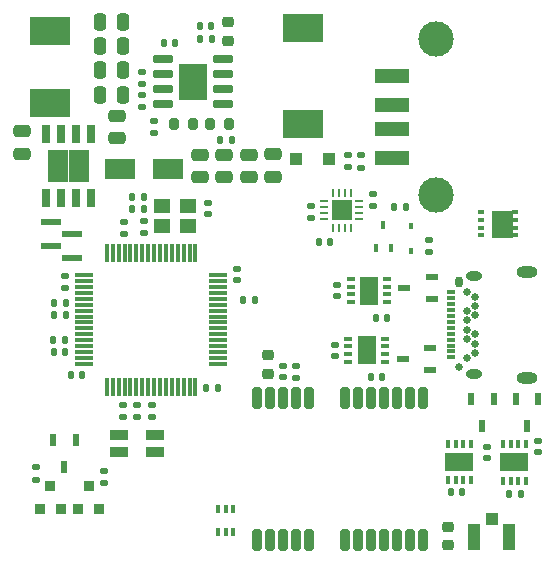
<source format=gbr>
%TF.GenerationSoftware,KiCad,Pcbnew,(6.0.5-0)*%
%TF.CreationDate,2022-06-06T17:24:23+02:00*%
%TF.ProjectId,BlackPanda,426c6163-6b50-4616-9e64-612e6b696361,rev?*%
%TF.SameCoordinates,Original*%
%TF.FileFunction,Soldermask,Top*%
%TF.FilePolarity,Negative*%
%FSLAX46Y46*%
G04 Gerber Fmt 4.6, Leading zero omitted, Abs format (unit mm)*
G04 Created by KiCad (PCBNEW (6.0.5-0)) date 2022-06-06 17:24:23*
%MOMM*%
%LPD*%
G01*
G04 APERTURE LIST*
G04 Aperture macros list*
%AMRoundRect*
0 Rectangle with rounded corners*
0 $1 Rounding radius*
0 $2 $3 $4 $5 $6 $7 $8 $9 X,Y pos of 4 corners*
0 Add a 4 corners polygon primitive as box body*
4,1,4,$2,$3,$4,$5,$6,$7,$8,$9,$2,$3,0*
0 Add four circle primitives for the rounded corners*
1,1,$1+$1,$2,$3*
1,1,$1+$1,$4,$5*
1,1,$1+$1,$6,$7*
1,1,$1+$1,$8,$9*
0 Add four rect primitives between the rounded corners*
20,1,$1+$1,$2,$3,$4,$5,0*
20,1,$1+$1,$4,$5,$6,$7,0*
20,1,$1+$1,$6,$7,$8,$9,0*
20,1,$1+$1,$8,$9,$2,$3,0*%
G04 Aperture macros list end*
%ADD10C,0.100000*%
%ADD11RoundRect,0.140000X0.140000X0.170000X-0.140000X0.170000X-0.140000X-0.170000X0.140000X-0.170000X0*%
%ADD12RoundRect,0.140000X0.170000X-0.140000X0.170000X0.140000X-0.170000X0.140000X-0.170000X-0.140000X0*%
%ADD13R,0.650000X1.500000*%
%ADD14R,1.800000X1.350000*%
%ADD15R,1.000000X0.600000*%
%ADD16RoundRect,0.135000X-0.185000X0.135000X-0.185000X-0.135000X0.185000X-0.135000X0.185000X0.135000X0*%
%ADD17RoundRect,0.135000X0.185000X-0.135000X0.185000X0.135000X-0.185000X0.135000X-0.185000X-0.135000X0*%
%ADD18RoundRect,0.200000X0.200000X0.275000X-0.200000X0.275000X-0.200000X-0.275000X0.200000X-0.275000X0*%
%ADD19RoundRect,0.135000X-0.135000X-0.185000X0.135000X-0.185000X0.135000X0.185000X-0.135000X0.185000X0*%
%ADD20RoundRect,0.250000X0.250000X0.475000X-0.250000X0.475000X-0.250000X-0.475000X0.250000X-0.475000X0*%
%ADD21RoundRect,0.135000X0.135000X0.185000X-0.135000X0.185000X-0.135000X-0.185000X0.135000X-0.185000X0*%
%ADD22R,2.400000X3.100000*%
%ADD23RoundRect,0.150000X-0.737500X-0.150000X0.737500X-0.150000X0.737500X0.150000X-0.737500X0.150000X0*%
%ADD24R,0.650000X0.350000*%
%ADD25R,1.550000X2.400000*%
%ADD26R,0.450000X0.700000*%
%ADD27R,1.050000X2.200000*%
%ADD28R,1.050000X1.000000*%
%ADD29RoundRect,0.140000X-0.170000X0.140000X-0.170000X-0.140000X0.170000X-0.140000X0.170000X0.140000X0*%
%ADD30RoundRect,0.250000X0.475000X-0.250000X0.475000X0.250000X-0.475000X0.250000X-0.475000X-0.250000X0*%
%ADD31O,0.650000X0.950000*%
%ADD32C,0.650000*%
%ADD33O,1.800000X0.950000*%
%ADD34O,1.400000X0.800000*%
%ADD35R,0.800000X0.300000*%
%ADD36R,3.400000X2.400000*%
%ADD37R,0.600000X1.000000*%
%ADD38R,1.750000X0.600000*%
%ADD39R,0.914400X0.914400*%
%ADD40R,0.400000X0.650000*%
%ADD41RoundRect,0.140000X-0.140000X-0.170000X0.140000X-0.170000X0.140000X0.170000X-0.140000X0.170000X0*%
%ADD42RoundRect,0.218750X-0.256250X0.218750X-0.256250X-0.218750X0.256250X-0.218750X0.256250X0.218750X0*%
%ADD43RoundRect,0.062500X0.062500X-0.312500X0.062500X0.312500X-0.062500X0.312500X-0.062500X-0.312500X0*%
%ADD44RoundRect,0.062500X0.312500X-0.062500X0.312500X0.062500X-0.312500X0.062500X-0.312500X-0.062500X0*%
%ADD45R,1.750000X1.750000*%
%ADD46R,1.500000X0.900000*%
%ADD47RoundRect,0.225000X-0.250000X0.225000X-0.250000X-0.225000X0.250000X-0.225000X0.250000X0.225000X0*%
%ADD48R,3.000000X1.250000*%
%ADD49C,3.000000*%
%ADD50RoundRect,0.075000X-0.075000X0.700000X-0.075000X-0.700000X0.075000X-0.700000X0.075000X0.700000X0*%
%ADD51RoundRect,0.075000X-0.700000X0.075000X-0.700000X-0.075000X0.700000X-0.075000X0.700000X0.075000X0*%
%ADD52RoundRect,0.200000X-0.200000X0.700000X-0.200000X-0.700000X0.200000X-0.700000X0.200000X0.700000X0*%
%ADD53R,0.450000X0.600000*%
%ADD54R,0.350000X0.650000*%
%ADD55R,2.400000X1.550000*%
%ADD56RoundRect,0.250000X-0.475000X0.250000X-0.475000X-0.250000X0.475000X-0.250000X0.475000X0.250000X0*%
%ADD57R,0.558800X0.406400*%
%ADD58R,0.508000X0.406400*%
%ADD59R,1.400000X1.200000*%
%ADD60R,2.500000X1.800000*%
%ADD61R,1.100000X1.100000*%
%ADD62R,3.500000X2.400000*%
G04 APERTURE END LIST*
%TO.C,U1*%
G36*
X213501489Y-80507600D02*
G01*
X211774289Y-80507600D01*
X211774289Y-78272400D01*
X213501489Y-78272400D01*
X213501489Y-80507600D01*
G37*
D10*
X213501489Y-80507600D02*
X211774289Y-80507600D01*
X211774289Y-78272400D01*
X213501489Y-78272400D01*
X213501489Y-80507600D01*
G36*
X213501489Y-80507600D02*
G01*
X211774289Y-80507600D01*
X211774289Y-78272400D01*
X213501489Y-78272400D01*
X213501489Y-80507600D01*
G37*
X213501489Y-80507600D02*
X211774289Y-80507600D01*
X211774289Y-78272400D01*
X213501489Y-78272400D01*
X213501489Y-80507600D01*
%TD*%
D11*
%TO.C,C8*%
X198100000Y-80900000D03*
X197140000Y-80900000D03*
%TD*%
D12*
%TO.C,C14*%
X180670000Y-80230000D03*
X180670000Y-79270000D03*
%TD*%
D13*
%TO.C,U12*%
X177855000Y-71800000D03*
X176585000Y-71800000D03*
X175315000Y-71800000D03*
X174045000Y-71800000D03*
X174045000Y-77200000D03*
X175315000Y-77200000D03*
X176585000Y-77200000D03*
X177855000Y-77200000D03*
D14*
X176850000Y-73825000D03*
X175050000Y-73825000D03*
X175050000Y-75175000D03*
X176850000Y-75175000D03*
%TD*%
D15*
%TO.C,D7*%
X206700000Y-85750000D03*
X206700000Y-83850000D03*
X204400000Y-84800000D03*
%TD*%
D16*
%TO.C,R23*%
X173225000Y-100015000D03*
X173225000Y-101035000D03*
%TD*%
%TO.C,R24*%
X178950000Y-100340000D03*
X178950000Y-101360000D03*
%TD*%
D17*
%TO.C,R5*%
X182200000Y-67510000D03*
X182200000Y-66490000D03*
%TD*%
%TO.C,R26*%
X196450000Y-78860000D03*
X196450000Y-77840000D03*
%TD*%
D18*
%TO.C,R4*%
X186525000Y-70950000D03*
X184875000Y-70950000D03*
%TD*%
D19*
%TO.C,R11*%
X188780000Y-72250000D03*
X189800000Y-72250000D03*
%TD*%
D20*
%TO.C,C7*%
X180550000Y-66400000D03*
X178650000Y-66400000D03*
%TD*%
D21*
%TO.C,R2*%
X182360000Y-78150000D03*
X181340000Y-78150000D03*
%TD*%
D22*
%TO.C,U5*%
X186510000Y-67350000D03*
D23*
X183947500Y-65445000D03*
X183947500Y-66715000D03*
X183947500Y-67985000D03*
X183947500Y-69255000D03*
X189072500Y-69255000D03*
X189072500Y-67985000D03*
X189072500Y-66715000D03*
X189072500Y-65445000D03*
%TD*%
D11*
%TO.C,C25*%
X175680000Y-90250000D03*
X174720000Y-90250000D03*
%TD*%
D19*
%TO.C,R16*%
X174690000Y-87100000D03*
X175710000Y-87100000D03*
%TD*%
D12*
%TO.C,C28*%
X215700000Y-98730000D03*
X215700000Y-97770000D03*
%TD*%
D24*
%TO.C,U9*%
X199850000Y-84065000D03*
X199850000Y-84715000D03*
X199850000Y-85365000D03*
X199850000Y-86015000D03*
X202950000Y-86015000D03*
X202950000Y-85365000D03*
X202950000Y-84715000D03*
X202950000Y-84065000D03*
D25*
X201400000Y-85040000D03*
%TD*%
D26*
%TO.C,Q3*%
X201950000Y-81460000D03*
X203250000Y-81460000D03*
X202600000Y-79460000D03*
%TD*%
D27*
%TO.C,ANT1*%
X213245000Y-105910000D03*
X210295000Y-105910000D03*
D28*
X211770000Y-104385000D03*
%TD*%
D17*
%TO.C,R19*%
X183060000Y-95750000D03*
X183060000Y-94730000D03*
%TD*%
D29*
%TO.C,C23*%
X187780000Y-77600000D03*
X187780000Y-78560000D03*
%TD*%
D17*
%TO.C,R7*%
X183200000Y-71710000D03*
X183200000Y-70690000D03*
%TD*%
D20*
%TO.C,C12*%
X180550000Y-68450000D03*
X178650000Y-68450000D03*
%TD*%
D11*
%TO.C,C27*%
X202940000Y-87330000D03*
X201980000Y-87330000D03*
%TD*%
D29*
%TO.C,C11*%
X190250000Y-83170000D03*
X190250000Y-84130000D03*
%TD*%
D24*
%TO.C,U8*%
X199640000Y-89115000D03*
X199640000Y-89765000D03*
X199640000Y-90415000D03*
X199640000Y-91065000D03*
X202740000Y-91065000D03*
X202740000Y-90415000D03*
X202740000Y-89765000D03*
X202740000Y-89115000D03*
D25*
X201190000Y-90090000D03*
%TD*%
D30*
%TO.C,C20*%
X187100000Y-75450000D03*
X187100000Y-73550000D03*
%TD*%
D29*
%TO.C,C29*%
X211375000Y-98245000D03*
X211375000Y-99205000D03*
%TD*%
D31*
%TO.C,P1*%
X209010000Y-84340000D03*
D32*
X209010000Y-91540000D03*
D33*
X214770000Y-83450000D03*
D34*
X210260000Y-83810000D03*
X210260000Y-92070000D03*
D33*
X214770000Y-92430000D03*
D35*
X208300000Y-90690000D03*
X208300000Y-90190000D03*
X208300000Y-89690000D03*
X208300000Y-89190000D03*
X208300000Y-88690000D03*
X208300000Y-88190000D03*
X208300000Y-87690000D03*
X208300000Y-87190000D03*
X208300000Y-86690000D03*
X208300000Y-86190000D03*
X208300000Y-85690000D03*
X208300000Y-85190000D03*
D32*
X209660000Y-85140000D03*
X210360000Y-85540000D03*
X210360000Y-86340000D03*
X209660000Y-86740000D03*
X210360000Y-87140000D03*
X209660000Y-87540000D03*
X209660000Y-88340000D03*
X210360000Y-88740000D03*
X209660000Y-89140000D03*
X210360000Y-89540000D03*
X210360000Y-90340000D03*
X209660000Y-90740000D03*
%TD*%
D30*
%TO.C,C3*%
X180050000Y-72150000D03*
X180050000Y-70250000D03*
%TD*%
D12*
%TO.C,C24*%
X182350000Y-80130000D03*
X182350000Y-79170000D03*
%TD*%
D17*
%TO.C,R18*%
X181750000Y-95730000D03*
X181750000Y-94710000D03*
%TD*%
D36*
%TO.C,L2*%
X195840000Y-62770000D03*
X195840000Y-70970000D03*
%TD*%
D30*
%TO.C,C21*%
X193250000Y-75400000D03*
X193250000Y-73500000D03*
%TD*%
D29*
%TO.C,C30*%
X198520000Y-89650000D03*
X198520000Y-90610000D03*
%TD*%
D37*
%TO.C,D9*%
X211950000Y-94200000D03*
X210050000Y-94200000D03*
X211000000Y-96500000D03*
%TD*%
D38*
%TO.C,J1*%
X176225000Y-82250000D03*
X174475000Y-81250000D03*
X176225000Y-80250000D03*
X174475000Y-79250000D03*
%TD*%
D39*
%TO.C,Q1*%
X173536000Y-103566000D03*
X175314000Y-103566000D03*
X174425000Y-101549240D03*
%TD*%
D40*
%TO.C,U2*%
X188600000Y-105450000D03*
X189250000Y-105450000D03*
X189900000Y-105450000D03*
X189900000Y-103550000D03*
X189250000Y-103550000D03*
X188600000Y-103550000D03*
%TD*%
D41*
%TO.C,C32*%
X213280000Y-102300000D03*
X214240000Y-102300000D03*
%TD*%
D30*
%TO.C,C19*%
X191200000Y-75450000D03*
X191200000Y-73550000D03*
%TD*%
D37*
%TO.C,D5*%
X176550000Y-97700000D03*
X174650000Y-97700000D03*
X175600000Y-100000000D03*
%TD*%
D42*
%TO.C,L1*%
X192810000Y-90522500D03*
X192810000Y-92097500D03*
%TD*%
D17*
%TO.C,R17*%
X180580000Y-95740000D03*
X180580000Y-94720000D03*
%TD*%
D20*
%TO.C,C6*%
X180550000Y-64350000D03*
X178650000Y-64350000D03*
%TD*%
D15*
%TO.C,D6*%
X206550000Y-91800000D03*
X206550000Y-89900000D03*
X204250000Y-90850000D03*
%TD*%
D43*
%TO.C,U6*%
X198340000Y-79705000D03*
X198840000Y-79705000D03*
X199340000Y-79705000D03*
X199840000Y-79705000D03*
D44*
X200565000Y-78980000D03*
X200565000Y-78480000D03*
X200565000Y-77980000D03*
X200565000Y-77480000D03*
D43*
X199840000Y-76755000D03*
X199340000Y-76755000D03*
X198840000Y-76755000D03*
X198340000Y-76755000D03*
D44*
X197615000Y-77480000D03*
X197615000Y-77980000D03*
X197615000Y-78480000D03*
X197615000Y-78980000D03*
D45*
X199090000Y-78230000D03*
%TD*%
D39*
%TO.C,Q2*%
X176786000Y-103566000D03*
X178564000Y-103566000D03*
X177675000Y-101549240D03*
%TD*%
D46*
%TO.C,D4*%
X183310000Y-97290000D03*
X183310000Y-98690000D03*
X180210000Y-98690000D03*
X180210000Y-97290000D03*
%TD*%
D47*
%TO.C,C13*%
X189500000Y-62325000D03*
X189500000Y-63875000D03*
%TD*%
D16*
%TO.C,R21*%
X200700000Y-73600000D03*
X200700000Y-74620000D03*
%TD*%
%TO.C,R27*%
X201750000Y-76840000D03*
X201750000Y-77860000D03*
%TD*%
D29*
%TO.C,C15*%
X194100000Y-91420000D03*
X194100000Y-92380000D03*
%TD*%
D48*
%TO.C,J2*%
X203350000Y-73840000D03*
X203350000Y-71340000D03*
X203350000Y-69340000D03*
X203350000Y-66840000D03*
D49*
X207030000Y-63770000D03*
X207030000Y-76910000D03*
%TD*%
D47*
%TO.C,C9*%
X208060000Y-105020000D03*
X208060000Y-106570000D03*
%TD*%
D37*
%TO.C,D8*%
X215730000Y-94200000D03*
X213830000Y-94200000D03*
X214780000Y-96500000D03*
%TD*%
D11*
%TO.C,C10*%
X188055000Y-62625000D03*
X187095000Y-62625000D03*
%TD*%
D50*
%TO.C,U7*%
X186700000Y-81815000D03*
X186200000Y-81815000D03*
X185700000Y-81815000D03*
X185200000Y-81815000D03*
X184700000Y-81815000D03*
X184200000Y-81815000D03*
X183700000Y-81815000D03*
X183200000Y-81815000D03*
X182700000Y-81815000D03*
X182200000Y-81815000D03*
X181700000Y-81815000D03*
X181200000Y-81815000D03*
X180700000Y-81815000D03*
X180200000Y-81815000D03*
X179700000Y-81815000D03*
X179200000Y-81815000D03*
D51*
X177275000Y-83740000D03*
X177275000Y-84240000D03*
X177275000Y-84740000D03*
X177275000Y-85240000D03*
X177275000Y-85740000D03*
X177275000Y-86240000D03*
X177275000Y-86740000D03*
X177275000Y-87240000D03*
X177275000Y-87740000D03*
X177275000Y-88240000D03*
X177275000Y-88740000D03*
X177275000Y-89240000D03*
X177275000Y-89740000D03*
X177275000Y-90240000D03*
X177275000Y-90740000D03*
X177275000Y-91240000D03*
D50*
X179200000Y-93165000D03*
X179700000Y-93165000D03*
X180200000Y-93165000D03*
X180700000Y-93165000D03*
X181200000Y-93165000D03*
X181700000Y-93165000D03*
X182200000Y-93165000D03*
X182700000Y-93165000D03*
X183200000Y-93165000D03*
X183700000Y-93165000D03*
X184200000Y-93165000D03*
X184700000Y-93165000D03*
X185200000Y-93165000D03*
X185700000Y-93165000D03*
X186200000Y-93165000D03*
X186700000Y-93165000D03*
D51*
X188625000Y-91240000D03*
X188625000Y-90740000D03*
X188625000Y-90240000D03*
X188625000Y-89740000D03*
X188625000Y-89240000D03*
X188625000Y-88740000D03*
X188625000Y-88240000D03*
X188625000Y-87740000D03*
X188625000Y-87240000D03*
X188625000Y-86740000D03*
X188625000Y-86240000D03*
X188625000Y-85740000D03*
X188625000Y-85240000D03*
X188625000Y-84740000D03*
X188625000Y-84240000D03*
X188625000Y-83740000D03*
%TD*%
D11*
%TO.C,C1*%
X177130000Y-92200000D03*
X176170000Y-92200000D03*
%TD*%
D52*
%TO.C,U4*%
X205950000Y-94150000D03*
X204850000Y-94150000D03*
X203750000Y-94150000D03*
X202650000Y-94150000D03*
X201550000Y-94150000D03*
X200450000Y-94150000D03*
X199350000Y-94150000D03*
X196350000Y-94150000D03*
X195250000Y-94150000D03*
X194150000Y-94150000D03*
X193050000Y-94150000D03*
X191950000Y-94150000D03*
X191950000Y-106150000D03*
X193050000Y-106150000D03*
X194150000Y-106150000D03*
X195250000Y-106150000D03*
X196350000Y-106150000D03*
X199350000Y-106150000D03*
X200450000Y-106150000D03*
X201550000Y-106150000D03*
X202650000Y-106150000D03*
X203750000Y-106150000D03*
X204850000Y-106150000D03*
X205950000Y-106150000D03*
%TD*%
D29*
%TO.C,C31*%
X198710000Y-84530000D03*
X198710000Y-85490000D03*
%TD*%
D19*
%TO.C,R8*%
X187090000Y-63700000D03*
X188110000Y-63700000D03*
%TD*%
D53*
%TO.C,D2*%
X204990000Y-79580000D03*
X204990000Y-81680000D03*
%TD*%
D54*
%TO.C,U10*%
X212740000Y-101118000D03*
X213390000Y-101118000D03*
X214040000Y-101118000D03*
X214690000Y-101118000D03*
X214690000Y-98018000D03*
X214040000Y-98018000D03*
X213390000Y-98018000D03*
X212740000Y-98018000D03*
D55*
X213715000Y-99568000D03*
%TD*%
D30*
%TO.C,C18*%
X189150000Y-75450000D03*
X189150000Y-73550000D03*
%TD*%
D56*
%TO.C,C16*%
X172000000Y-71550000D03*
X172000000Y-73450000D03*
%TD*%
D21*
%TO.C,R13*%
X204510000Y-78000000D03*
X203490000Y-78000000D03*
%TD*%
D54*
%TO.C,U11*%
X208075000Y-101090000D03*
X208725000Y-101090000D03*
X209375000Y-101090000D03*
X210025000Y-101090000D03*
X210025000Y-97990000D03*
X209375000Y-97990000D03*
X208725000Y-97990000D03*
X208075000Y-97990000D03*
D55*
X209050000Y-99540000D03*
%TD*%
D21*
%TO.C,R15*%
X175710000Y-86080000D03*
X174690000Y-86080000D03*
%TD*%
D16*
%TO.C,R1*%
X206500000Y-80790000D03*
X206500000Y-81810000D03*
%TD*%
D21*
%TO.C,R22*%
X175685000Y-89200000D03*
X174665000Y-89200000D03*
%TD*%
D17*
%TO.C,R20*%
X199600000Y-74610000D03*
X199600000Y-73590000D03*
%TD*%
D12*
%TO.C,C2*%
X175650000Y-84780000D03*
X175650000Y-83820000D03*
%TD*%
D18*
%TO.C,R12*%
X189575000Y-70950000D03*
X187925000Y-70950000D03*
%TD*%
D41*
%TO.C,C5*%
X187620000Y-93300000D03*
X188580000Y-93300000D03*
%TD*%
D11*
%TO.C,C26*%
X202520000Y-92380000D03*
X201560000Y-92380000D03*
%TD*%
D20*
%TO.C,C4*%
X180550000Y-62300000D03*
X178650000Y-62300000D03*
%TD*%
D41*
%TO.C,C33*%
X208320000Y-102100000D03*
X209280000Y-102100000D03*
%TD*%
D17*
%TO.C,R10*%
X195200000Y-92410000D03*
X195200000Y-91390000D03*
%TD*%
D19*
%TO.C,R14*%
X190740000Y-85850000D03*
X191760000Y-85850000D03*
%TD*%
%TO.C,R3*%
X181340000Y-77100000D03*
X182360000Y-77100000D03*
%TD*%
D17*
%TO.C,R6*%
X182200000Y-69460000D03*
X182200000Y-68440000D03*
%TD*%
D57*
%TO.C,U1*%
X210889500Y-78415021D03*
X210889500Y-79065007D03*
X210889500Y-79714993D03*
X210889500Y-80364979D03*
D58*
X213755500Y-80364979D03*
X213755500Y-79714993D03*
X213755500Y-79065007D03*
X213755500Y-78415021D03*
%TD*%
D59*
%TO.C,Y1*%
X183900000Y-79600000D03*
X186100000Y-79600000D03*
X186100000Y-77900000D03*
X183900000Y-77900000D03*
%TD*%
D60*
%TO.C,D11*%
X180350000Y-74750000D03*
X184350000Y-74750000D03*
%TD*%
D61*
%TO.C,D10*%
X195200000Y-73900000D03*
X198000000Y-73900000D03*
%TD*%
D11*
%TO.C,C22*%
X184980000Y-64100000D03*
X184020000Y-64100000D03*
%TD*%
D62*
%TO.C,L3*%
X174400000Y-63050000D03*
X174400000Y-69150000D03*
%TD*%
M02*

</source>
